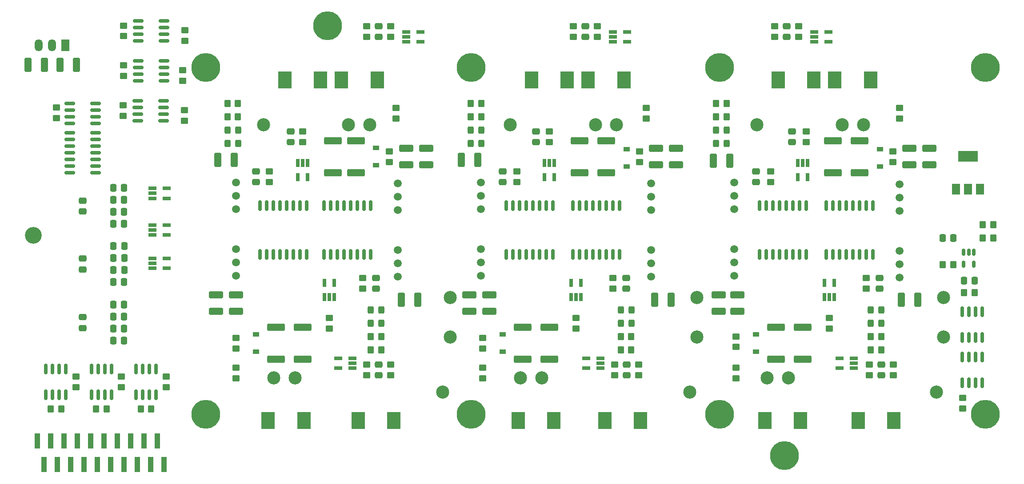
<source format=gbr>
%TF.GenerationSoftware,KiCad,Pcbnew,(6.0.1)*%
%TF.CreationDate,2023-04-20T11:25:51+03:00*%
%TF.ProjectId,Adapter,41646170-7465-4722-9e6b-696361645f70,rev?*%
%TF.SameCoordinates,Original*%
%TF.FileFunction,Soldermask,Top*%
%TF.FilePolarity,Negative*%
%FSLAX46Y46*%
G04 Gerber Fmt 4.6, Leading zero omitted, Abs format (unit mm)*
G04 Created by KiCad (PCBNEW (6.0.1)) date 2023-04-20 11:25:51*
%MOMM*%
%LPD*%
G01*
G04 APERTURE LIST*
G04 Aperture macros list*
%AMRoundRect*
0 Rectangle with rounded corners*
0 $1 Rounding radius*
0 $2 $3 $4 $5 $6 $7 $8 $9 X,Y pos of 4 corners*
0 Add a 4 corners polygon primitive as box body*
4,1,4,$2,$3,$4,$5,$6,$7,$8,$9,$2,$3,0*
0 Add four circle primitives for the rounded corners*
1,1,$1+$1,$2,$3*
1,1,$1+$1,$4,$5*
1,1,$1+$1,$6,$7*
1,1,$1+$1,$8,$9*
0 Add four rect primitives between the rounded corners*
20,1,$1+$1,$2,$3,$4,$5,0*
20,1,$1+$1,$4,$5,$6,$7,0*
20,1,$1+$1,$6,$7,$8,$9,0*
20,1,$1+$1,$8,$9,$2,$3,0*%
G04 Aperture macros list end*
%ADD10R,0.650000X1.560000*%
%ADD11R,1.560000X0.650000*%
%ADD12RoundRect,0.250000X-0.450000X0.350000X-0.450000X-0.350000X0.450000X-0.350000X0.450000X0.350000X0*%
%ADD13RoundRect,0.250000X0.350000X0.450000X-0.350000X0.450000X-0.350000X-0.450000X0.350000X-0.450000X0*%
%ADD14RoundRect,0.250000X0.325000X0.450000X-0.325000X0.450000X-0.325000X-0.450000X0.325000X-0.450000X0*%
%ADD15C,1.500000*%
%ADD16RoundRect,0.249999X1.425001X-0.450001X1.425001X0.450001X-1.425001X0.450001X-1.425001X-0.450001X0*%
%ADD17RoundRect,0.250000X0.450000X-0.350000X0.450000X0.350000X-0.450000X0.350000X-0.450000X-0.350000X0*%
%ADD18R,2.500000X3.300000*%
%ADD19RoundRect,0.249999X-1.425001X0.450001X-1.425001X-0.450001X1.425001X-0.450001X1.425001X0.450001X0*%
%ADD20RoundRect,0.250000X-0.350000X-0.450000X0.350000X-0.450000X0.350000X0.450000X-0.350000X0.450000X0*%
%ADD21RoundRect,0.250000X-0.337500X-0.475000X0.337500X-0.475000X0.337500X0.475000X-0.337500X0.475000X0*%
%ADD22RoundRect,0.250000X1.100000X-0.412500X1.100000X0.412500X-1.100000X0.412500X-1.100000X-0.412500X0*%
%ADD23RoundRect,0.150000X-0.150000X0.875000X-0.150000X-0.875000X0.150000X-0.875000X0.150000X0.875000X0*%
%ADD24RoundRect,0.250000X-0.412500X-1.100000X0.412500X-1.100000X0.412500X1.100000X-0.412500X1.100000X0*%
%ADD25RoundRect,0.250000X-1.100000X0.412500X-1.100000X-0.412500X1.100000X-0.412500X1.100000X0.412500X0*%
%ADD26RoundRect,0.250000X0.337500X0.475000X-0.337500X0.475000X-0.337500X-0.475000X0.337500X-0.475000X0*%
%ADD27RoundRect,0.250000X-0.475000X0.337500X-0.475000X-0.337500X0.475000X-0.337500X0.475000X0.337500X0*%
%ADD28RoundRect,0.250000X-0.325000X-0.450000X0.325000X-0.450000X0.325000X0.450000X-0.325000X0.450000X0*%
%ADD29RoundRect,0.150000X0.150000X-0.875000X0.150000X0.875000X-0.150000X0.875000X-0.150000X-0.875000X0*%
%ADD30RoundRect,0.250000X0.475000X-0.337500X0.475000X0.337500X-0.475000X0.337500X-0.475000X-0.337500X0*%
%ADD31RoundRect,0.250000X0.412500X1.100000X-0.412500X1.100000X-0.412500X-1.100000X0.412500X-1.100000X0*%
%ADD32R,1.200000X0.900000*%
%ADD33RoundRect,0.150000X0.825000X0.150000X-0.825000X0.150000X-0.825000X-0.150000X0.825000X-0.150000X0*%
%ADD34RoundRect,0.150000X-0.150000X0.825000X-0.150000X-0.825000X0.150000X-0.825000X0.150000X0.825000X0*%
%ADD35RoundRect,0.150000X-0.150000X0.512500X-0.150000X-0.512500X0.150000X-0.512500X0.150000X0.512500X0*%
%ADD36R,1.500000X2.000000*%
%ADD37R,3.800000X2.000000*%
%ADD38C,3.200000*%
%ADD39R,1.000000X2.997200*%
%ADD40C,5.500000*%
%ADD41C,2.500000*%
%ADD42R,1.500000X2.300000*%
%ADD43O,1.500000X2.300000*%
G04 APERTURE END LIST*
D10*
%TO.C,D55*%
X99380000Y-104220000D03*
X100330000Y-104220000D03*
X101280000Y-104220000D03*
X101280000Y-101520000D03*
X99380000Y-101520000D03*
%TD*%
D11*
%TO.C,U9*%
X154352000Y-53676000D03*
X154352000Y-54626000D03*
X154352000Y-55576000D03*
X157052000Y-55576000D03*
X157052000Y-53676000D03*
%TD*%
D12*
%TO.C,R83*%
X160655000Y-68215000D03*
X160655000Y-70215000D03*
%TD*%
D13*
%TO.C,R59*%
X176015000Y-67310000D03*
X174015000Y-67310000D03*
%TD*%
D14*
%TO.C,D26*%
X129295000Y-72390000D03*
X127245000Y-72390000D03*
%TD*%
D11*
%TO.C,U8*%
X114982000Y-53660000D03*
X114982000Y-54610000D03*
X114982000Y-55560000D03*
X117682000Y-55560000D03*
X117682000Y-53660000D03*
%TD*%
D15*
%TO.C,D49*%
X113360000Y-100330000D03*
X113360000Y-97790000D03*
X113360000Y-95250000D03*
X113360000Y-87630000D03*
X113360000Y-85090000D03*
X113360000Y-82550000D03*
%TD*%
D16*
%TO.C,R90*%
X185420000Y-116080000D03*
X185420000Y-109980000D03*
%TD*%
D17*
%TO.C,R72*%
X159258000Y-119110000D03*
X159258000Y-117110000D03*
%TD*%
%TO.C,R68*%
X82550000Y-114030000D03*
X82550000Y-112030000D03*
%TD*%
D18*
%TO.C,D35*%
X95475000Y-127812800D03*
X88675000Y-127812800D03*
%TD*%
D19*
%TO.C,R63*%
X100965000Y-74420000D03*
X100965000Y-80520000D03*
%TD*%
D20*
%TO.C,R56*%
X203470000Y-114300000D03*
X205470000Y-114300000D03*
%TD*%
D21*
%TO.C,C13*%
X59160500Y-83439000D03*
X61235500Y-83439000D03*
%TD*%
D15*
%TO.C,D52*%
X129210000Y-82374000D03*
X129210000Y-84914000D03*
X129210000Y-87454000D03*
X129210000Y-95074000D03*
X129210000Y-97614000D03*
X129210000Y-100154000D03*
%TD*%
D12*
%TO.C,R22*%
X72771000Y-53372000D03*
X72771000Y-55372000D03*
%TD*%
D11*
%TO.C,U10*%
X192706000Y-53660000D03*
X192706000Y-54610000D03*
X192706000Y-55560000D03*
X195406000Y-55560000D03*
X195406000Y-53660000D03*
%TD*%
D22*
%TO.C,C84*%
X162560000Y-79032500D03*
X162560000Y-75907500D03*
%TD*%
D18*
%TO.C,D41*%
X143100000Y-127812800D03*
X136300000Y-127812800D03*
%TD*%
D12*
%TO.C,R95*%
X208915000Y-68215000D03*
X208915000Y-70215000D03*
%TD*%
D15*
%TO.C,D50*%
X82550000Y-82374000D03*
X82550000Y-84914000D03*
X82550000Y-87454000D03*
X82550000Y-95074000D03*
X82550000Y-97614000D03*
X82550000Y-100154000D03*
%TD*%
D23*
%TO.C,D38*%
X142875000Y-86790000D03*
X141605000Y-86790000D03*
X140335000Y-86790000D03*
X139065000Y-86790000D03*
X137795000Y-86790000D03*
X136525000Y-86790000D03*
X135255000Y-86790000D03*
X133985000Y-86790000D03*
X133985000Y-96090000D03*
X135255000Y-96090000D03*
X136525000Y-96090000D03*
X137795000Y-96090000D03*
X139065000Y-96090000D03*
X140335000Y-96090000D03*
X141605000Y-96090000D03*
X142875000Y-96090000D03*
%TD*%
%TO.C,D32*%
X95961000Y-86790000D03*
X94691000Y-86790000D03*
X93421000Y-86790000D03*
X92151000Y-86790000D03*
X90881000Y-86790000D03*
X89611000Y-86790000D03*
X88341000Y-86790000D03*
X87071000Y-86790000D03*
X87071000Y-96090000D03*
X88341000Y-96090000D03*
X89611000Y-96090000D03*
X90881000Y-96090000D03*
X92151000Y-96090000D03*
X93421000Y-96090000D03*
X94691000Y-96090000D03*
X95961000Y-96090000D03*
%TD*%
D21*
%TO.C,C10*%
X59160500Y-101346000D03*
X61235500Y-101346000D03*
%TD*%
D20*
%TO.C,R48*%
X155845000Y-114300000D03*
X157845000Y-114300000D03*
%TD*%
D24*
%TO.C,C33*%
X42887500Y-59944000D03*
X46012500Y-59944000D03*
%TD*%
D18*
%TO.C,D48*%
X196625000Y-62865000D03*
X203425000Y-62865000D03*
%TD*%
D25*
%TO.C,C80*%
X78740000Y-103847500D03*
X78740000Y-106972500D03*
%TD*%
D26*
%TO.C,C29*%
X219223500Y-92964000D03*
X217148500Y-92964000D03*
%TD*%
D13*
%TO.C,R27*%
X223250000Y-103378000D03*
X221250000Y-103378000D03*
%TD*%
D17*
%TO.C,R73*%
X154305000Y-102600000D03*
X154305000Y-100600000D03*
%TD*%
D24*
%TO.C,C82*%
X79082500Y-78105000D03*
X82207500Y-78105000D03*
%TD*%
D27*
%TO.C,C99*%
X109728000Y-52556500D03*
X109728000Y-54631500D03*
%TD*%
D21*
%TO.C,C15*%
X59160500Y-85725000D03*
X61235500Y-85725000D03*
%TD*%
D28*
%TO.C,D12*%
X108195000Y-106680000D03*
X110245000Y-106680000D03*
%TD*%
D10*
%TO.C,D3*%
X96200000Y-78660000D03*
X95250000Y-78660000D03*
X94300000Y-78660000D03*
X94300000Y-81360000D03*
X96200000Y-81360000D03*
%TD*%
D27*
%TO.C,C100*%
X149098000Y-52572500D03*
X149098000Y-54647500D03*
%TD*%
D25*
%TO.C,C89*%
X214630000Y-75907500D03*
X214630000Y-79032500D03*
%TD*%
D15*
%TO.C,D51*%
X161620000Y-100330000D03*
X161620000Y-97790000D03*
X161620000Y-95250000D03*
X161620000Y-87630000D03*
X161620000Y-85090000D03*
X161620000Y-82550000D03*
%TD*%
D26*
%TO.C,C30*%
X223287500Y-101092000D03*
X221212500Y-101092000D03*
%TD*%
D25*
%TO.C,C83*%
X166370000Y-75907500D03*
X166370000Y-79032500D03*
%TD*%
D20*
%TO.C,R40*%
X108220000Y-114300000D03*
X110220000Y-114300000D03*
%TD*%
D18*
%TO.C,D58*%
X112620000Y-127812800D03*
X105820000Y-127812800D03*
%TD*%
D12*
%TO.C,R9*%
X72694800Y-68596000D03*
X72694800Y-70596000D03*
%TD*%
%TO.C,R99*%
X185166000Y-52594000D03*
X185166000Y-54594000D03*
%TD*%
D14*
%TO.C,D30*%
X176040000Y-72390000D03*
X173990000Y-72390000D03*
%TD*%
D27*
%TO.C,C60*%
X86360000Y-80242500D03*
X86360000Y-82317500D03*
%TD*%
D17*
%TO.C,R10*%
X52070000Y-121396000D03*
X52070000Y-119396000D03*
%TD*%
D27*
%TO.C,C66*%
X133350000Y-80242500D03*
X133350000Y-82317500D03*
%TD*%
D19*
%TO.C,R88*%
X201295000Y-74420000D03*
X201295000Y-80520000D03*
%TD*%
D21*
%TO.C,C16*%
X59144500Y-88011000D03*
X61219500Y-88011000D03*
%TD*%
D29*
%TO.C,D37*%
X146685000Y-96090000D03*
X147955000Y-96090000D03*
X149225000Y-96090000D03*
X150495000Y-96090000D03*
X151765000Y-96090000D03*
X153035000Y-96090000D03*
X154305000Y-96090000D03*
X155575000Y-96090000D03*
X155575000Y-86790000D03*
X154305000Y-86790000D03*
X153035000Y-86790000D03*
X151765000Y-86790000D03*
X150495000Y-86790000D03*
X149225000Y-86790000D03*
X147955000Y-86790000D03*
X146685000Y-86790000D03*
%TD*%
D17*
%TO.C,R84*%
X107442000Y-119110000D03*
X107442000Y-117110000D03*
%TD*%
D18*
%TO.C,D59*%
X91850000Y-62865000D03*
X98650000Y-62865000D03*
%TD*%
D30*
%TO.C,C5*%
X92964000Y-74697500D03*
X92964000Y-72622500D03*
%TD*%
D12*
%TO.C,R86*%
X184404000Y-80280000D03*
X184404000Y-82280000D03*
%TD*%
D17*
%TO.C,R20*%
X147320000Y-110220000D03*
X147320000Y-108220000D03*
%TD*%
D30*
%TO.C,C59*%
X109220000Y-102637500D03*
X109220000Y-100562500D03*
%TD*%
D17*
%TO.C,R12*%
X100330000Y-110220000D03*
X100330000Y-108220000D03*
%TD*%
D25*
%TO.C,C77*%
X114935000Y-75907500D03*
X114935000Y-79032500D03*
%TD*%
D12*
%TO.C,R100*%
X112014000Y-52594000D03*
X112014000Y-54594000D03*
%TD*%
%TO.C,R62*%
X88900000Y-80280000D03*
X88900000Y-82280000D03*
%TD*%
D16*
%TO.C,R78*%
X137160000Y-116080000D03*
X137160000Y-109980000D03*
%TD*%
D10*
%TO.C,D19*%
X191450000Y-78660000D03*
X190500000Y-78660000D03*
X189550000Y-78660000D03*
X189550000Y-81360000D03*
X191450000Y-81360000D03*
%TD*%
D21*
%TO.C,C14*%
X59160500Y-90297000D03*
X61235500Y-90297000D03*
%TD*%
D31*
%TO.C,C75*%
X212382500Y-104775000D03*
X209257500Y-104775000D03*
%TD*%
D32*
%TO.C,D46*%
X205232000Y-79374000D03*
X205232000Y-76074000D03*
%TD*%
D17*
%TO.C,R93*%
X177800000Y-119745000D03*
X177800000Y-117745000D03*
%TD*%
D12*
%TO.C,R67*%
X111760000Y-76470000D03*
X111760000Y-78470000D03*
%TD*%
%TO.C,R18*%
X72390000Y-60976000D03*
X72390000Y-62976000D03*
%TD*%
D13*
%TO.C,R43*%
X82915000Y-67310000D03*
X80915000Y-67310000D03*
%TD*%
D30*
%TO.C,C21*%
X188468000Y-74697500D03*
X188468000Y-72622500D03*
%TD*%
D28*
%TO.C,D13*%
X108195000Y-109220000D03*
X110245000Y-109220000D03*
%TD*%
D21*
%TO.C,C2*%
X59160500Y-112522000D03*
X61235500Y-112522000D03*
%TD*%
D24*
%TO.C,C81*%
X125437500Y-78105000D03*
X128562500Y-78105000D03*
%TD*%
D21*
%TO.C,C12*%
X59176500Y-99060000D03*
X61251500Y-99060000D03*
%TD*%
D11*
%TO.C,U6*%
X151972000Y-117790000D03*
X151972000Y-116840000D03*
X151972000Y-115890000D03*
X149272000Y-115890000D03*
X149272000Y-117790000D03*
%TD*%
D33*
%TO.C,D14*%
X68769000Y-70612000D03*
X68769000Y-69342000D03*
X68769000Y-68072000D03*
X68769000Y-66802000D03*
X63819000Y-66802000D03*
X63819000Y-68072000D03*
X63819000Y-69342000D03*
X63819000Y-70612000D03*
%TD*%
D22*
%TO.C,C90*%
X210820000Y-79032500D03*
X210820000Y-75907500D03*
%TD*%
D17*
%TO.C,R61*%
X106680000Y-102600000D03*
X106680000Y-100600000D03*
%TD*%
D31*
%TO.C,C87*%
X165392500Y-104775000D03*
X162267500Y-104775000D03*
%TD*%
D30*
%TO.C,C65*%
X156845000Y-102637500D03*
X156845000Y-100562500D03*
%TD*%
D12*
%TO.C,R98*%
X146812000Y-52610000D03*
X146812000Y-54610000D03*
%TD*%
D31*
%TO.C,C76*%
X117132500Y-104775000D03*
X114007500Y-104775000D03*
%TD*%
D28*
%TO.C,D28*%
X203445000Y-109220000D03*
X205495000Y-109220000D03*
%TD*%
D19*
%TO.C,R64*%
X105410000Y-74420000D03*
X105410000Y-80520000D03*
%TD*%
D34*
%TO.C,U5*%
X224663000Y-106999000D03*
X223393000Y-106999000D03*
X222123000Y-106999000D03*
X220853000Y-106999000D03*
X220853000Y-111949000D03*
X222123000Y-111949000D03*
X223393000Y-111949000D03*
X224663000Y-111949000D03*
%TD*%
D18*
%TO.C,D60*%
X159610000Y-127812800D03*
X152810000Y-127812800D03*
%TD*%
D35*
%TO.C,U3*%
X223078500Y-95662500D03*
X222128500Y-95662500D03*
X221178500Y-95662500D03*
X221178500Y-97937500D03*
X223078500Y-97937500D03*
%TD*%
D34*
%TO.C,D15*%
X50149000Y-117921000D03*
X48879000Y-117921000D03*
X47609000Y-117921000D03*
X46339000Y-117921000D03*
X46339000Y-122871000D03*
X47609000Y-122871000D03*
X48879000Y-122871000D03*
X50149000Y-122871000D03*
%TD*%
D28*
%TO.C,D23*%
X155820000Y-106680000D03*
X157870000Y-106680000D03*
%TD*%
D18*
%TO.C,D62*%
X138840000Y-62865000D03*
X145640000Y-62865000D03*
%TD*%
D30*
%TO.C,C96*%
X109728000Y-119147500D03*
X109728000Y-117072500D03*
%TD*%
D23*
%TO.C,D44*%
X191135000Y-86790000D03*
X189865000Y-86790000D03*
X188595000Y-86790000D03*
X187325000Y-86790000D03*
X186055000Y-86790000D03*
X184785000Y-86790000D03*
X183515000Y-86790000D03*
X182245000Y-86790000D03*
X182245000Y-96090000D03*
X183515000Y-96090000D03*
X184785000Y-96090000D03*
X186055000Y-96090000D03*
X187325000Y-96090000D03*
X188595000Y-96090000D03*
X189865000Y-96090000D03*
X191135000Y-96090000D03*
%TD*%
D17*
%TO.C,R29*%
X220980000Y-125460000D03*
X220980000Y-123460000D03*
%TD*%
D32*
%TO.C,D40*%
X156972000Y-79374000D03*
X156972000Y-76074000D03*
%TD*%
D13*
%TO.C,R35*%
X66405000Y-125603000D03*
X64405000Y-125603000D03*
%TD*%
D20*
%TO.C,R47*%
X155845000Y-111760000D03*
X157845000Y-111760000D03*
%TD*%
D17*
%TO.C,R96*%
X203200000Y-119110000D03*
X203200000Y-117110000D03*
%TD*%
D16*
%TO.C,R65*%
X95250000Y-116080000D03*
X95250000Y-109980000D03*
%TD*%
D32*
%TO.C,D45*%
X181610000Y-111380000D03*
X181610000Y-114680000D03*
%TD*%
D22*
%TO.C,C85*%
X127000000Y-106972500D03*
X127000000Y-103847500D03*
%TD*%
D11*
%TO.C,D8*%
X66595000Y-90490000D03*
X66595000Y-91440000D03*
X66595000Y-92390000D03*
X69295000Y-92390000D03*
X69295000Y-90490000D03*
%TD*%
D18*
%TO.C,D61*%
X207870000Y-127812800D03*
X201070000Y-127812800D03*
%TD*%
D33*
%TO.C,D10*%
X55815000Y-80518000D03*
X55815000Y-79248000D03*
X55815000Y-77978000D03*
X55815000Y-76708000D03*
X55815000Y-75438000D03*
X55815000Y-74168000D03*
X55815000Y-72898000D03*
X50865000Y-72898000D03*
X50865000Y-74168000D03*
X50865000Y-75438000D03*
X50865000Y-76708000D03*
X50865000Y-77978000D03*
X50865000Y-79248000D03*
X50865000Y-80518000D03*
%TD*%
D11*
%TO.C,D18*%
X66595000Y-96840000D03*
X66595000Y-97790000D03*
X66595000Y-98740000D03*
X69295000Y-98740000D03*
X69295000Y-96840000D03*
%TD*%
D27*
%TO.C,C72*%
X181610000Y-80242500D03*
X181610000Y-82317500D03*
%TD*%
D36*
%TO.C,U2*%
X219696000Y-83668000D03*
X221996000Y-83668000D03*
X224296000Y-83668000D03*
D37*
X221996000Y-77368000D03*
%TD*%
D30*
%TO.C,C97*%
X156972000Y-119147500D03*
X156972000Y-117072500D03*
%TD*%
D33*
%TO.C,D11*%
X55815000Y-71113000D03*
X55815000Y-69843000D03*
X55815000Y-68573000D03*
X55815000Y-67303000D03*
X50865000Y-67303000D03*
X50865000Y-68573000D03*
X50865000Y-69843000D03*
X50865000Y-71113000D03*
%TD*%
D21*
%TO.C,C9*%
X59176500Y-94488000D03*
X61251500Y-94488000D03*
%TD*%
D24*
%TO.C,C88*%
X173443500Y-78232000D03*
X176568500Y-78232000D03*
%TD*%
D12*
%TO.C,R91*%
X207645000Y-76470000D03*
X207645000Y-78470000D03*
%TD*%
D25*
%TO.C,C92*%
X178054000Y-103847500D03*
X178054000Y-106972500D03*
%TD*%
D18*
%TO.C,D63*%
X185830000Y-62865000D03*
X192630000Y-62865000D03*
%TD*%
D12*
%TO.C,R23*%
X191135000Y-72660000D03*
X191135000Y-74660000D03*
%TD*%
D32*
%TO.C,D34*%
X109220000Y-79120000D03*
X109220000Y-75820000D03*
%TD*%
D11*
%TO.C,U4*%
X104728000Y-117790000D03*
X104728000Y-116840000D03*
X104728000Y-115890000D03*
X102028000Y-115890000D03*
X102028000Y-117790000D03*
%TD*%
D21*
%TO.C,C3*%
X59160500Y-107950000D03*
X61235500Y-107950000D03*
%TD*%
D17*
%TO.C,R70*%
X112014000Y-119110000D03*
X112014000Y-117110000D03*
%TD*%
D16*
%TO.C,R89*%
X190500000Y-116080000D03*
X190500000Y-109980000D03*
%TD*%
D13*
%TO.C,R41*%
X82915000Y-69850000D03*
X80915000Y-69850000D03*
%TD*%
D15*
%TO.C,D53*%
X208915000Y-100506000D03*
X208915000Y-97966000D03*
X208915000Y-95426000D03*
X208915000Y-87806000D03*
X208915000Y-85266000D03*
X208915000Y-82726000D03*
%TD*%
D27*
%TO.C,C36*%
X53340000Y-108055500D03*
X53340000Y-110130500D03*
%TD*%
D17*
%TO.C,R30*%
X61010800Y-69691000D03*
X61010800Y-67691000D03*
%TD*%
D20*
%TO.C,R55*%
X203470000Y-111760000D03*
X205470000Y-111760000D03*
%TD*%
D14*
%TO.C,D22*%
X82940000Y-72390000D03*
X80890000Y-72390000D03*
%TD*%
D33*
%TO.C,D16*%
X68845200Y-55388000D03*
X68845200Y-54118000D03*
X68845200Y-52848000D03*
X68845200Y-51578000D03*
X63895200Y-51578000D03*
X63895200Y-52848000D03*
X63895200Y-54118000D03*
X63895200Y-55388000D03*
%TD*%
D14*
%TO.C,D21*%
X82940000Y-74930000D03*
X80890000Y-74930000D03*
%TD*%
D31*
%TO.C,C32*%
X52108500Y-59944000D03*
X48983500Y-59944000D03*
%TD*%
D22*
%TO.C,C79*%
X82550000Y-106972500D03*
X82550000Y-103847500D03*
%TD*%
D25*
%TO.C,C86*%
X130810000Y-103847500D03*
X130810000Y-106972500D03*
%TD*%
D13*
%TO.C,R31*%
X49244000Y-125603000D03*
X47244000Y-125603000D03*
%TD*%
D20*
%TO.C,R39*%
X108220000Y-111760000D03*
X110220000Y-111760000D03*
%TD*%
D21*
%TO.C,C4*%
X59160500Y-110236000D03*
X61235500Y-110236000D03*
%TD*%
D29*
%TO.C,D43*%
X194945000Y-96090000D03*
X196215000Y-96090000D03*
X197485000Y-96090000D03*
X198755000Y-96090000D03*
X200025000Y-96090000D03*
X201295000Y-96090000D03*
X202565000Y-96090000D03*
X203835000Y-96090000D03*
X203835000Y-86790000D03*
X202565000Y-86790000D03*
X201295000Y-86790000D03*
X200025000Y-86790000D03*
X198755000Y-86790000D03*
X197485000Y-86790000D03*
X196215000Y-86790000D03*
X194945000Y-86790000D03*
%TD*%
D28*
%TO.C,D27*%
X203445000Y-106680000D03*
X205495000Y-106680000D03*
%TD*%
D32*
%TO.C,D39*%
X133350000Y-111380000D03*
X133350000Y-114680000D03*
%TD*%
D12*
%TO.C,R11*%
X95250000Y-72660000D03*
X95250000Y-74660000D03*
%TD*%
%TO.C,R97*%
X107442000Y-52594000D03*
X107442000Y-54594000D03*
%TD*%
D38*
%TO.C,H1*%
X43908000Y-92510000D03*
%TD*%
D17*
%TO.C,R24*%
X195580000Y-110220000D03*
X195580000Y-108220000D03*
%TD*%
D12*
%TO.C,R102*%
X189738000Y-52594000D03*
X189738000Y-54594000D03*
%TD*%
D11*
%TO.C,D2*%
X66595000Y-83505000D03*
X66595000Y-84455000D03*
X66595000Y-85405000D03*
X69295000Y-85405000D03*
X69295000Y-83505000D03*
%TD*%
D17*
%TO.C,R34*%
X61087000Y-54483000D03*
X61087000Y-52483000D03*
%TD*%
D12*
%TO.C,R101*%
X151384000Y-52610000D03*
X151384000Y-54610000D03*
%TD*%
D17*
%TO.C,R80*%
X129540000Y-114030000D03*
X129540000Y-112030000D03*
%TD*%
D12*
%TO.C,R79*%
X159385000Y-76470000D03*
X159385000Y-78470000D03*
%TD*%
D11*
%TO.C,U7*%
X200232000Y-117790000D03*
X200232000Y-116840000D03*
X200232000Y-115890000D03*
X197532000Y-115890000D03*
X197532000Y-117790000D03*
%TD*%
D13*
%TO.C,R33*%
X57896000Y-125603000D03*
X55896000Y-125603000D03*
%TD*%
D30*
%TO.C,C98*%
X205486000Y-119147500D03*
X205486000Y-117072500D03*
%TD*%
D39*
%TO.C,J2*%
X68834000Y-136189201D03*
X67564000Y-131689200D03*
X66294000Y-136189201D03*
X65024000Y-131689200D03*
X63754000Y-136189201D03*
X62484000Y-131689200D03*
X61214000Y-136189201D03*
X59944000Y-131689200D03*
X58674000Y-136189201D03*
X57404000Y-131689200D03*
X56134000Y-136189201D03*
X54864000Y-131689200D03*
X53594000Y-136189201D03*
X52324000Y-131689200D03*
X51054000Y-136189201D03*
X49784000Y-131689200D03*
X48514000Y-136189201D03*
X47244000Y-131689200D03*
X45974000Y-136189201D03*
X44704000Y-131689200D03*
%TD*%
D13*
%TO.C,R26*%
X226806000Y-92964000D03*
X224806000Y-92964000D03*
%TD*%
D33*
%TO.C,D6*%
X68845200Y-62992000D03*
X68845200Y-61722000D03*
X68845200Y-60452000D03*
X68845200Y-59182000D03*
X63895200Y-59182000D03*
X63895200Y-60452000D03*
X63895200Y-61722000D03*
X63895200Y-62992000D03*
%TD*%
D17*
%TO.C,R69*%
X82550000Y-119745000D03*
X82550000Y-117745000D03*
%TD*%
D12*
%TO.C,R19*%
X142240000Y-72660000D03*
X142240000Y-74660000D03*
%TD*%
%TO.C,R74*%
X136017000Y-80280000D03*
X136017000Y-82280000D03*
%TD*%
D34*
%TO.C,D7*%
X58801000Y-117921000D03*
X57531000Y-117921000D03*
X56261000Y-117921000D03*
X54991000Y-117921000D03*
X54991000Y-122871000D03*
X56261000Y-122871000D03*
X57531000Y-122871000D03*
X58801000Y-122871000D03*
%TD*%
D27*
%TO.C,C38*%
X53340000Y-85830500D03*
X53340000Y-87905500D03*
%TD*%
D14*
%TO.C,D25*%
X129295000Y-74930000D03*
X127245000Y-74930000D03*
%TD*%
D22*
%TO.C,C91*%
X174498000Y-106972500D03*
X174498000Y-103847500D03*
%TD*%
D17*
%TO.C,R17*%
X60706000Y-121396000D03*
X60706000Y-119396000D03*
%TD*%
D13*
%TO.C,R49*%
X129270000Y-69850000D03*
X127270000Y-69850000D03*
%TD*%
D17*
%TO.C,R92*%
X177800000Y-113760000D03*
X177800000Y-111760000D03*
%TD*%
D19*
%TO.C,R76*%
X153035000Y-74420000D03*
X153035000Y-80520000D03*
%TD*%
D17*
%TO.C,R32*%
X61087000Y-62087000D03*
X61087000Y-60087000D03*
%TD*%
D40*
%TO.C,J1*%
X76750000Y-60500000D03*
X127350000Y-126600000D03*
X174650000Y-60500000D03*
X100000000Y-52500000D03*
X225250000Y-60500000D03*
X127350000Y-60500000D03*
X225250000Y-126600000D03*
X174650000Y-126600000D03*
X187000000Y-134500000D03*
X76750000Y-126600000D03*
D41*
X121950000Y-122350000D03*
X87800000Y-71350000D03*
X93800000Y-119650000D03*
X104000000Y-71350000D03*
X89750000Y-119650000D03*
X108050000Y-71350000D03*
X123350000Y-104350000D03*
X123350000Y-111850000D03*
X168950000Y-122350000D03*
X134800000Y-71350000D03*
X140800000Y-119650000D03*
X151000000Y-71350000D03*
X136750000Y-119650000D03*
X155050000Y-71350000D03*
X170350000Y-104350000D03*
X170350000Y-111850000D03*
X215950000Y-122350000D03*
X181800000Y-71350000D03*
X187800000Y-119650000D03*
X198000000Y-71350000D03*
X183750000Y-119650000D03*
X202050000Y-71350000D03*
X217350000Y-104350000D03*
X217350000Y-111850000D03*
%TD*%
D17*
%TO.C,R85*%
X202565000Y-102600000D03*
X202565000Y-100600000D03*
%TD*%
D10*
%TO.C,D9*%
X143190000Y-78660000D03*
X142240000Y-78660000D03*
X141290000Y-78660000D03*
X141290000Y-81360000D03*
X143190000Y-81360000D03*
%TD*%
D19*
%TO.C,R75*%
X147955000Y-74420000D03*
X147955000Y-80520000D03*
%TD*%
D27*
%TO.C,C37*%
X53340000Y-96879500D03*
X53340000Y-98954500D03*
%TD*%
D30*
%TO.C,C17*%
X139700000Y-74697500D03*
X139700000Y-72622500D03*
%TD*%
D14*
%TO.C,D29*%
X176040000Y-74930000D03*
X173990000Y-74930000D03*
%TD*%
D16*
%TO.C,R66*%
X90170000Y-116080000D03*
X90170000Y-109980000D03*
%TD*%
D12*
%TO.C,R71*%
X113030000Y-68215000D03*
X113030000Y-70215000D03*
%TD*%
D29*
%TO.C,D31*%
X99263000Y-96090000D03*
X100533000Y-96090000D03*
X101803000Y-96090000D03*
X103073000Y-96090000D03*
X104343000Y-96090000D03*
X105613000Y-96090000D03*
X106883000Y-96090000D03*
X108153000Y-96090000D03*
X108153000Y-86790000D03*
X106883000Y-86790000D03*
X105613000Y-86790000D03*
X104343000Y-86790000D03*
X103073000Y-86790000D03*
X101803000Y-86790000D03*
X100533000Y-86790000D03*
X99263000Y-86790000D03*
%TD*%
D27*
%TO.C,C101*%
X187452000Y-52556500D03*
X187452000Y-54631500D03*
%TD*%
D22*
%TO.C,C78*%
X118745000Y-79032500D03*
X118745000Y-75907500D03*
%TD*%
D18*
%TO.C,D42*%
X149635000Y-62865000D03*
X156435000Y-62865000D03*
%TD*%
D32*
%TO.C,D33*%
X86360000Y-111380000D03*
X86360000Y-114680000D03*
%TD*%
D17*
%TO.C,R94*%
X154686000Y-119110000D03*
X154686000Y-117110000D03*
%TD*%
%TO.C,R21*%
X69215000Y-121396000D03*
X69215000Y-119396000D03*
%TD*%
D28*
%TO.C,D24*%
X155820000Y-109220000D03*
X157870000Y-109220000D03*
%TD*%
D21*
%TO.C,C11*%
X59176500Y-96773000D03*
X61251500Y-96773000D03*
%TD*%
D18*
%TO.C,D36*%
X102645000Y-62865000D03*
X109445000Y-62865000D03*
%TD*%
D15*
%TO.C,D54*%
X177470000Y-82374000D03*
X177470000Y-84914000D03*
X177470000Y-87454000D03*
X177470000Y-95074000D03*
X177470000Y-97614000D03*
X177470000Y-100154000D03*
%TD*%
D10*
%TO.C,D56*%
X146370000Y-104220000D03*
X147320000Y-104220000D03*
X148270000Y-104220000D03*
X148270000Y-101520000D03*
X146370000Y-101520000D03*
%TD*%
D20*
%TO.C,R25*%
X224806000Y-90424000D03*
X226806000Y-90424000D03*
%TD*%
D19*
%TO.C,R87*%
X196215000Y-74420000D03*
X196215000Y-80520000D03*
%TD*%
D17*
%TO.C,R82*%
X207772000Y-119110000D03*
X207772000Y-117110000D03*
%TD*%
D30*
%TO.C,C71*%
X205105000Y-102637500D03*
X205105000Y-100562500D03*
%TD*%
D10*
%TO.C,D57*%
X194630000Y-104220000D03*
X195580000Y-104220000D03*
X196530000Y-104220000D03*
X196530000Y-101520000D03*
X194630000Y-101520000D03*
%TD*%
D18*
%TO.C,D47*%
X190090000Y-127812800D03*
X183290000Y-127812800D03*
%TD*%
D13*
%TO.C,R28*%
X219186000Y-98044000D03*
X217186000Y-98044000D03*
%TD*%
D16*
%TO.C,R77*%
X142240000Y-116080000D03*
X142240000Y-109980000D03*
%TD*%
D21*
%TO.C,C1*%
X59160500Y-105664000D03*
X61235500Y-105664000D03*
%TD*%
D34*
%TO.C,D20*%
X224663000Y-115635000D03*
X223393000Y-115635000D03*
X222123000Y-115635000D03*
X220853000Y-115635000D03*
X220853000Y-120585000D03*
X222123000Y-120585000D03*
X223393000Y-120585000D03*
X224663000Y-120585000D03*
%TD*%
D13*
%TO.C,R51*%
X129270000Y-67310000D03*
X127270000Y-67310000D03*
%TD*%
D17*
%TO.C,R36*%
X48340000Y-70108000D03*
X48340000Y-68108000D03*
%TD*%
%TO.C,R81*%
X129540000Y-119745000D03*
X129540000Y-117745000D03*
%TD*%
D13*
%TO.C,R57*%
X176015000Y-69850000D03*
X174015000Y-69850000D03*
%TD*%
D34*
%TO.C,D17*%
X67310000Y-117921000D03*
X66040000Y-117921000D03*
X64770000Y-117921000D03*
X63500000Y-117921000D03*
X63500000Y-122871000D03*
X64770000Y-122871000D03*
X66040000Y-122871000D03*
X67310000Y-122871000D03*
%TD*%
D42*
%TO.C,U1*%
X50038000Y-56261000D03*
D43*
X47498000Y-56261000D03*
X44958000Y-56261000D03*
%TD*%
M02*

</source>
